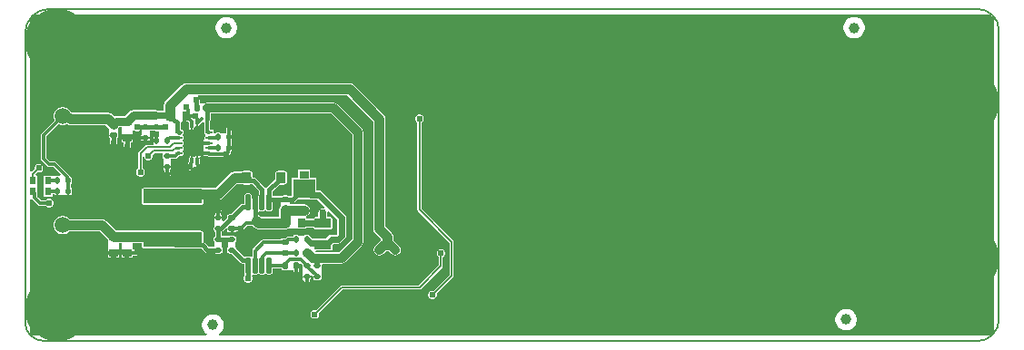
<source format=gbl>
G04*
G04 #@! TF.GenerationSoftware,Altium Limited,Altium Designer,23.0.1 (38)*
G04*
G04 Layer_Physical_Order=2*
G04 Layer_Color=16711680*
%FSLAX25Y25*%
%MOIN*%
G70*
G04*
G04 #@! TF.SameCoordinates,B4ED9068-0949-4354-B78F-C4858C2F04AE*
G04*
G04*
G04 #@! TF.FilePolarity,Positive*
G04*
G01*
G75*
%ADD11C,0.00600*%
%ADD13C,0.00500*%
%ADD21C,0.00700*%
%ADD22C,0.01200*%
%ADD23C,0.03600*%
%ADD24C,0.05937*%
%ADD25R,0.05937X0.05937*%
%ADD26C,0.23622*%
%ADD28C,0.02400*%
G04:AMPARAMS|DCode=29|XSize=59.06mil|YSize=35.43mil|CornerRadius=1.77mil|HoleSize=0mil|Usage=FLASHONLY|Rotation=0.000|XOffset=0mil|YOffset=0mil|HoleType=Round|Shape=RoundedRectangle|*
%AMROUNDEDRECTD29*
21,1,0.05906,0.03189,0,0,0.0*
21,1,0.05551,0.03543,0,0,0.0*
1,1,0.00354,0.02776,-0.01595*
1,1,0.00354,-0.02776,-0.01595*
1,1,0.00354,-0.02776,0.01595*
1,1,0.00354,0.02776,0.01595*
%
%ADD29ROUNDEDRECTD29*%
G04:AMPARAMS|DCode=30|XSize=23.62mil|YSize=17.72mil|CornerRadius=4.43mil|HoleSize=0mil|Usage=FLASHONLY|Rotation=180.000|XOffset=0mil|YOffset=0mil|HoleType=Round|Shape=RoundedRectangle|*
%AMROUNDEDRECTD30*
21,1,0.02362,0.00886,0,0,180.0*
21,1,0.01476,0.01772,0,0,180.0*
1,1,0.00886,-0.00738,0.00443*
1,1,0.00886,0.00738,0.00443*
1,1,0.00886,0.00738,-0.00443*
1,1,0.00886,-0.00738,-0.00443*
%
%ADD30ROUNDEDRECTD30*%
%ADD31C,0.03937*%
G04:AMPARAMS|DCode=32|XSize=56.3mil|YSize=216.54mil|CornerRadius=5.63mil|HoleSize=0mil|Usage=FLASHONLY|Rotation=90.000|XOffset=0mil|YOffset=0mil|HoleType=Round|Shape=RoundedRectangle|*
%AMROUNDEDRECTD32*
21,1,0.05630,0.20528,0,0,90.0*
21,1,0.04504,0.21654,0,0,90.0*
1,1,0.01126,0.10264,0.02252*
1,1,0.01126,0.10264,-0.02252*
1,1,0.01126,-0.10264,-0.02252*
1,1,0.01126,-0.10264,0.02252*
%
%ADD32ROUNDEDRECTD32*%
G04:AMPARAMS|DCode=33|XSize=23.62mil|YSize=19.68mil|CornerRadius=4.92mil|HoleSize=0mil|Usage=FLASHONLY|Rotation=180.000|XOffset=0mil|YOffset=0mil|HoleType=Round|Shape=RoundedRectangle|*
%AMROUNDEDRECTD33*
21,1,0.02362,0.00984,0,0,180.0*
21,1,0.01378,0.01968,0,0,180.0*
1,1,0.00984,-0.00689,0.00492*
1,1,0.00984,0.00689,0.00492*
1,1,0.00984,0.00689,-0.00492*
1,1,0.00984,-0.00689,-0.00492*
%
%ADD33ROUNDEDRECTD33*%
%ADD34R,0.03346X0.02953*%
%ADD35R,0.02165X0.02756*%
%ADD36R,0.08032X0.07087*%
G04:AMPARAMS|DCode=37|XSize=23.62mil|YSize=17.72mil|CornerRadius=4.43mil|HoleSize=0mil|Usage=FLASHONLY|Rotation=90.000|XOffset=0mil|YOffset=0mil|HoleType=Round|Shape=RoundedRectangle|*
%AMROUNDEDRECTD37*
21,1,0.02362,0.00886,0,0,90.0*
21,1,0.01476,0.01772,0,0,90.0*
1,1,0.00886,0.00443,0.00738*
1,1,0.00886,0.00443,-0.00738*
1,1,0.00886,-0.00443,-0.00738*
1,1,0.00886,-0.00443,0.00738*
%
%ADD37ROUNDEDRECTD37*%
G04:AMPARAMS|DCode=38|XSize=23.62mil|YSize=19.68mil|CornerRadius=4.92mil|HoleSize=0mil|Usage=FLASHONLY|Rotation=90.000|XOffset=0mil|YOffset=0mil|HoleType=Round|Shape=RoundedRectangle|*
%AMROUNDEDRECTD38*
21,1,0.02362,0.00984,0,0,90.0*
21,1,0.01378,0.01968,0,0,90.0*
1,1,0.00984,0.00492,0.00689*
1,1,0.00984,0.00492,-0.00689*
1,1,0.00984,-0.00492,-0.00689*
1,1,0.00984,-0.00492,0.00689*
%
%ADD38ROUNDEDRECTD38*%
G04:AMPARAMS|DCode=39|XSize=42.52mil|YSize=36.22mil|CornerRadius=9.06mil|HoleSize=0mil|Usage=FLASHONLY|Rotation=90.000|XOffset=0mil|YOffset=0mil|HoleType=Round|Shape=RoundedRectangle|*
%AMROUNDEDRECTD39*
21,1,0.04252,0.01811,0,0,90.0*
21,1,0.02441,0.03622,0,0,90.0*
1,1,0.01811,0.00906,0.01221*
1,1,0.01811,0.00906,-0.01221*
1,1,0.01811,-0.00906,-0.01221*
1,1,0.01811,-0.00906,0.01221*
%
%ADD39ROUNDEDRECTD39*%
G04:AMPARAMS|DCode=40|XSize=58.07mil|YSize=17.72mil|CornerRadius=4.43mil|HoleSize=0mil|Usage=FLASHONLY|Rotation=270.000|XOffset=0mil|YOffset=0mil|HoleType=Round|Shape=RoundedRectangle|*
%AMROUNDEDRECTD40*
21,1,0.05807,0.00886,0,0,270.0*
21,1,0.04921,0.01772,0,0,270.0*
1,1,0.00886,-0.00443,-0.02461*
1,1,0.00886,-0.00443,0.02461*
1,1,0.00886,0.00443,0.02461*
1,1,0.00886,0.00443,-0.02461*
%
%ADD40ROUNDEDRECTD40*%
G04:AMPARAMS|DCode=41|XSize=32.68mil|YSize=27.56mil|CornerRadius=2.76mil|HoleSize=0mil|Usage=FLASHONLY|Rotation=90.000|XOffset=0mil|YOffset=0mil|HoleType=Round|Shape=RoundedRectangle|*
%AMROUNDEDRECTD41*
21,1,0.03268,0.02205,0,0,90.0*
21,1,0.02717,0.02756,0,0,90.0*
1,1,0.00551,0.01102,0.01358*
1,1,0.00551,0.01102,-0.01358*
1,1,0.00551,-0.01102,-0.01358*
1,1,0.00551,-0.01102,0.01358*
%
%ADD41ROUNDEDRECTD41*%
G04:AMPARAMS|DCode=42|XSize=32.68mil|YSize=27.56mil|CornerRadius=2.76mil|HoleSize=0mil|Usage=FLASHONLY|Rotation=180.000|XOffset=0mil|YOffset=0mil|HoleType=Round|Shape=RoundedRectangle|*
%AMROUNDEDRECTD42*
21,1,0.03268,0.02205,0,0,180.0*
21,1,0.02717,0.02756,0,0,180.0*
1,1,0.00551,-0.01358,0.01102*
1,1,0.00551,0.01358,0.01102*
1,1,0.00551,0.01358,-0.01102*
1,1,0.00551,-0.01358,-0.01102*
%
%ADD42ROUNDEDRECTD42*%
G04:AMPARAMS|DCode=43|XSize=19.69mil|YSize=9.84mil|CornerRadius=0mil|HoleSize=0mil|Usage=FLASHONLY|Rotation=90.000|XOffset=0mil|YOffset=0mil|HoleType=Round|Shape=RoundedRectangle|*
%AMROUNDEDRECTD43*
21,1,0.01969,0.00984,0,0,90.0*
21,1,0.01969,0.00984,0,0,90.0*
1,1,0.00000,0.00492,0.00985*
1,1,0.00000,0.00492,-0.00985*
1,1,0.00000,-0.00492,-0.00985*
1,1,0.00000,-0.00492,0.00985*
%
%ADD43ROUNDEDRECTD43*%
G04:AMPARAMS|DCode=44|XSize=94.49mil|YSize=64.96mil|CornerRadius=1.62mil|HoleSize=0mil|Usage=FLASHONLY|Rotation=90.000|XOffset=0mil|YOffset=0mil|HoleType=Round|Shape=RoundedRectangle|*
%AMROUNDEDRECTD44*
21,1,0.09449,0.06171,0,0,90.0*
21,1,0.09124,0.06496,0,0,90.0*
1,1,0.00325,0.03086,0.04562*
1,1,0.00325,0.03086,-0.04562*
1,1,0.00325,-0.03086,-0.04562*
1,1,0.00325,-0.03086,0.04562*
%
%ADD44ROUNDEDRECTD44*%
G04:AMPARAMS|DCode=45|XSize=23.62mil|YSize=9.84mil|CornerRadius=1.48mil|HoleSize=0mil|Usage=FLASHONLY|Rotation=180.000|XOffset=0mil|YOffset=0mil|HoleType=Round|Shape=RoundedRectangle|*
%AMROUNDEDRECTD45*
21,1,0.02362,0.00689,0,0,180.0*
21,1,0.02067,0.00984,0,0,180.0*
1,1,0.00295,-0.01033,0.00344*
1,1,0.00295,0.01033,0.00344*
1,1,0.00295,0.01033,-0.00344*
1,1,0.00295,-0.01033,-0.00344*
%
%ADD45ROUNDEDRECTD45*%
G04:AMPARAMS|DCode=46|XSize=11.81mil|YSize=13.78mil|CornerRadius=2.95mil|HoleSize=0mil|Usage=FLASHONLY|Rotation=180.000|XOffset=0mil|YOffset=0mil|HoleType=Round|Shape=RoundedRectangle|*
%AMROUNDEDRECTD46*
21,1,0.01181,0.00787,0,0,180.0*
21,1,0.00591,0.01378,0,0,180.0*
1,1,0.00591,-0.00295,0.00394*
1,1,0.00591,0.00295,0.00394*
1,1,0.00591,0.00295,-0.00394*
1,1,0.00591,-0.00295,-0.00394*
%
%ADD46ROUNDEDRECTD46*%
%ADD47R,0.02362X0.02756*%
%ADD48C,0.02400*%
%ADD49C,0.03000*%
%ADD50C,0.03200*%
%ADD51C,0.00800*%
%ADD52C,0.01600*%
G36*
X1250925Y730456D02*
X1251977Y729405D01*
X1252018Y729342D01*
Y613543D01*
X1251976Y613481D01*
X1250925Y612429D01*
X1250863Y612387D01*
X967875D01*
X967693Y612987D01*
X968110Y613266D01*
X968659Y613815D01*
X969090Y614460D01*
X969386Y615176D01*
X969538Y615937D01*
Y616712D01*
X969386Y617473D01*
X969090Y618189D01*
X968659Y618834D01*
X968110Y619382D01*
X967466Y619813D01*
X966749Y620110D01*
X965989Y620261D01*
X965213D01*
X964452Y620110D01*
X963736Y619813D01*
X963091Y619382D01*
X962543Y618834D01*
X962112Y618189D01*
X961815Y617473D01*
X961664Y616712D01*
Y615937D01*
X961815Y615176D01*
X962112Y614460D01*
X962543Y613815D01*
X963091Y613266D01*
X963509Y612987D01*
X963326Y612387D01*
X899230D01*
X898672Y612946D01*
Y662427D01*
X899272Y662575D01*
X899401Y662381D01*
X901544Y660239D01*
X901874Y660018D01*
X902264Y659940D01*
X904340D01*
X904590Y659691D01*
X905178Y659447D01*
X905814D01*
X906402Y659691D01*
X906853Y660141D01*
X907096Y660729D01*
Y661365D01*
X906853Y661953D01*
X906402Y662403D01*
X905814Y662647D01*
X905178D01*
X904590Y662403D01*
X904166Y661980D01*
X902687D01*
X901567Y663099D01*
X901237Y663563D01*
Y667119D01*
X901237D01*
Y667500D01*
X901237D01*
Y671056D01*
X900691D01*
X900562Y671656D01*
X901293Y672386D01*
X901384Y672349D01*
X902021D01*
X902609Y672592D01*
X903059Y673043D01*
X903302Y673631D01*
Y674267D01*
X903059Y674855D01*
X902609Y675305D01*
X902021Y675549D01*
X901384D01*
X900796Y675305D01*
X900346Y674855D01*
X900102Y674267D01*
Y673631D01*
X900140Y673540D01*
X899272Y672672D01*
X898672Y672920D01*
Y728657D01*
X898933Y729048D01*
X900122Y730236D01*
X900513Y730498D01*
X1250863D01*
X1250925Y730456D01*
D02*
G37*
%LPC*%
G36*
X1201225Y729513D02*
X1200449D01*
X1199689Y729362D01*
X1198972Y729065D01*
X1198327Y728635D01*
X1197779Y728086D01*
X1197348Y727441D01*
X1197051Y726725D01*
X1196900Y725964D01*
Y725189D01*
X1197051Y724428D01*
X1197348Y723711D01*
X1197779Y723067D01*
X1198327Y722518D01*
X1198972Y722087D01*
X1199689Y721791D01*
X1200449Y721639D01*
X1201225D01*
X1201985Y721791D01*
X1202702Y722087D01*
X1203347Y722518D01*
X1203895Y723067D01*
X1204326Y723711D01*
X1204623Y724428D01*
X1204774Y725189D01*
Y725964D01*
X1204623Y726725D01*
X1204326Y727441D01*
X1203895Y728086D01*
X1203347Y728635D01*
X1202702Y729065D01*
X1201985Y729362D01*
X1201225Y729513D01*
D02*
G37*
G36*
X970910D02*
X970134D01*
X969374Y729362D01*
X968657Y729065D01*
X968012Y728635D01*
X967464Y728086D01*
X967033Y727441D01*
X966736Y726725D01*
X966585Y725964D01*
Y725189D01*
X966736Y724428D01*
X967033Y723711D01*
X967464Y723067D01*
X968012Y722518D01*
X968657Y722087D01*
X969374Y721791D01*
X970134Y721639D01*
X970910D01*
X971670Y721791D01*
X972387Y722087D01*
X973032Y722518D01*
X973580Y723067D01*
X974011Y723711D01*
X974308Y724428D01*
X974459Y725189D01*
Y725964D01*
X974308Y726725D01*
X974011Y727441D01*
X973580Y728086D01*
X973032Y728635D01*
X972387Y729065D01*
X971670Y729362D01*
X970910Y729513D01*
D02*
G37*
G36*
X1015798Y705182D02*
X955758D01*
X954900Y705011D01*
X954172Y704525D01*
X948267Y698619D01*
X947780Y697892D01*
X947610Y697033D01*
Y695023D01*
X945646D01*
X945409Y695182D01*
X944667Y695329D01*
X936369D01*
X935628Y695182D01*
X934999Y694762D01*
X933302Y693065D01*
X930168D01*
X929556Y692943D01*
X928801Y693698D01*
X928073Y694184D01*
X927215Y694355D01*
X913989D01*
X913441Y694721D01*
X913433Y694723D01*
X913178Y695164D01*
X912551Y695791D01*
X911783Y696235D01*
X910926Y696465D01*
X910039D01*
X909182Y696235D01*
X908414Y695791D01*
X907787Y695164D01*
X907344Y694396D01*
X907114Y693539D01*
Y692653D01*
X907344Y691796D01*
X907489Y691544D01*
X902872Y686927D01*
X902651Y686596D01*
X902573Y686206D01*
Y677348D01*
X902651Y676958D01*
X902872Y676627D01*
X904840Y674659D01*
X905171Y674438D01*
X905561Y674360D01*
X907108D01*
X909751Y671717D01*
X909562Y671057D01*
X909277Y670991D01*
X909254Y671006D01*
X908926Y671072D01*
X908040D01*
X907711Y671006D01*
X907615Y670948D01*
X907483Y670868D01*
D01*
X907341Y670860D01*
X906749Y671056D01*
Y671056D01*
X903586D01*
Y667500D01*
X903586D01*
Y667119D01*
X903586D01*
Y663563D01*
X906749D01*
Y664321D01*
X907377D01*
X907464Y664191D01*
X907742Y664005D01*
X908071Y663939D01*
X908957D01*
X909286Y664005D01*
X909517Y664159D01*
X911512D01*
X911742Y664005D01*
X912071Y663939D01*
X912957D01*
X913286Y664005D01*
X913565Y664191D01*
X913751Y664470D01*
X913817Y664799D01*
Y666275D01*
X913751Y666604D01*
X913565Y666883D01*
X913534Y666904D01*
Y668129D01*
X913720Y668407D01*
X913785Y668736D01*
Y670212D01*
X913720Y670541D01*
X913533Y670820D01*
X913255Y671006D01*
X913154Y671026D01*
X913139Y671103D01*
X912918Y671434D01*
X908251Y676100D01*
X907920Y676322D01*
X907530Y676399D01*
X905984D01*
X904613Y677770D01*
Y685784D01*
X908931Y690102D01*
X909182Y689957D01*
X910039Y689728D01*
X910926D01*
X911783Y689957D01*
X912105Y690143D01*
X912261Y690039D01*
X913119Y689869D01*
X926286D01*
X927597Y688557D01*
X927609Y688550D01*
Y686600D01*
X927609D01*
X927833Y686081D01*
X927559Y685813D01*
X927559D01*
Y685025D01*
X927960D01*
Y683253D01*
X928053Y682785D01*
X928318Y682388D01*
X928715Y682123D01*
X929183Y682030D01*
X929652Y682123D01*
X930049Y682388D01*
X930314Y682785D01*
X930407Y683253D01*
Y685025D01*
X930758D01*
Y685813D01*
X930758D01*
X930697Y686014D01*
X930758Y686600D01*
X930758D01*
Y688550D01*
X930770Y688557D01*
X931193Y689190D01*
X932136D01*
Y686403D01*
X932729D01*
X933050Y685803D01*
X932974Y685690D01*
X932881Y685222D01*
X932918Y685035D01*
X932856Y684435D01*
X932136D01*
Y683450D01*
X932928D01*
Y681959D01*
X933021Y681491D01*
X933287Y681094D01*
X933334Y681047D01*
X933731Y680782D01*
X934199Y680689D01*
X934667Y680782D01*
X935064Y681047D01*
X935329Y681444D01*
X935422Y681912D01*
X935375Y682149D01*
Y683450D01*
X936073D01*
Y684435D01*
X935375D01*
Y685175D01*
X935282Y685643D01*
X935175Y685803D01*
X935471Y686403D01*
X936073D01*
Y687665D01*
X936673Y687913D01*
X936851Y687735D01*
X937439Y687492D01*
X938076D01*
X938664Y687735D01*
X938896Y687967D01*
X939616D01*
Y686210D01*
X938200D01*
X938042Y686242D01*
X937652Y686164D01*
X937321Y685943D01*
X937100Y685612D01*
X937022Y685222D01*
X937100Y684832D01*
X937321Y684501D01*
X937352Y684470D01*
X937683Y684249D01*
X938073Y684171D01*
X940993D01*
X940994Y684171D01*
X941314Y684181D01*
X941901Y684191D01*
X942309Y684191D01*
Y684191D01*
X942346D01*
Y684191D01*
X942373D01*
X942373Y684781D01*
Y684781D01*
X942372D01*
X942054Y685249D01*
X942373Y685714D01*
X942372D01*
Y687904D01*
X943844D01*
X943864Y687891D01*
X944193Y687825D01*
X944515D01*
X944574Y687225D01*
X944522Y687215D01*
X944192Y686994D01*
X944185Y686988D01*
X943964Y686657D01*
X943887Y686267D01*
Y684269D01*
X943880Y684238D01*
X943891Y683919D01*
X943900Y683331D01*
X943785Y682789D01*
X943423Y682564D01*
X941509D01*
X941216Y682506D01*
X940968Y682340D01*
X938485Y679857D01*
X938319Y679609D01*
X938261Y679317D01*
Y673842D01*
X938120Y673783D01*
X937670Y673333D01*
X937426Y672745D01*
Y672109D01*
X937670Y671520D01*
X938120Y671070D01*
X938708Y670827D01*
X939344D01*
X939932Y671070D01*
X940382Y671520D01*
X940626Y672109D01*
Y672745D01*
X940382Y673333D01*
X939932Y673783D01*
X939791Y673842D01*
Y677985D01*
X940379Y678014D01*
X940622Y677426D01*
X941072Y676976D01*
X941660Y676732D01*
X942297D01*
X942885Y676976D01*
X943335Y677426D01*
X943579Y678014D01*
Y678651D01*
X943520Y678792D01*
X944321Y679593D01*
X946920D01*
X947061Y679438D01*
X947308Y678993D01*
X947271Y678807D01*
Y677921D01*
X947336Y677592D01*
X947491Y677361D01*
Y674887D01*
X947491D01*
X947809Y674423D01*
X947491Y673954D01*
X947491Y673954D01*
Y673954D01*
Y673364D01*
X947491D01*
X947911Y672915D01*
Y671645D01*
X947989Y671255D01*
X948210Y670925D01*
X948272Y670862D01*
X948603Y670641D01*
X948993Y670564D01*
X949383Y670641D01*
X949714Y670862D01*
X949935Y671193D01*
X950012Y671583D01*
X949950Y671896D01*
Y673364D01*
X950247D01*
Y673954D01*
X950078Y674554D01*
X950247Y674887D01*
X950247D01*
Y677344D01*
X951850D01*
X952240Y677422D01*
X952571Y677643D01*
X953231Y678303D01*
X953589Y678375D01*
X953596Y678379D01*
X954232D01*
X954652Y678553D01*
X954825Y678972D01*
Y679661D01*
X954652Y680080D01*
Y680521D01*
X954687Y680606D01*
X954825Y680940D01*
Y681629D01*
X954652Y682048D01*
Y682490D01*
X954686Y682574D01*
X954825Y682909D01*
Y683598D01*
X954652Y684017D01*
Y684459D01*
X954686Y684543D01*
X954825Y684878D01*
Y685567D01*
X954652Y685986D01*
Y686427D01*
X954687Y686512D01*
X954825Y686846D01*
Y687535D01*
X954652Y687954D01*
X954232Y688128D01*
X953957D01*
X953844Y688203D01*
X953734Y688313D01*
Y690661D01*
X953733Y690664D01*
X954114Y691128D01*
X954577D01*
Y691760D01*
X954625Y691797D01*
X955177Y691979D01*
X955815Y691341D01*
X956146Y691120D01*
X956328Y691084D01*
X956707Y690705D01*
Y688963D01*
X956785Y688572D01*
X957006Y688242D01*
X957337Y688021D01*
X957727Y687943D01*
X958117Y688021D01*
X958448Y688242D01*
X958669Y688572D01*
X958747Y688963D01*
Y689049D01*
X959287Y689387D01*
X959347Y689390D01*
X959695Y689320D01*
X960085Y689398D01*
X960416Y689619D01*
X961309Y690512D01*
X961762Y690832D01*
Y690832D01*
X961762Y690832D01*
X962613D01*
Y687573D01*
X962597Y687535D01*
Y686846D01*
X962770Y686427D01*
Y685986D01*
X962735Y685901D01*
X962597Y685567D01*
Y684878D01*
X962599Y684873D01*
X962198Y684273D01*
X958711D01*
X958321Y684196D01*
X957990Y683975D01*
X957769Y683644D01*
X957691Y683253D01*
Y681964D01*
X957769Y681574D01*
X957990Y681244D01*
X960148Y679086D01*
X959852Y678533D01*
X959695Y678564D01*
X959305Y678486D01*
X958974Y678265D01*
X958448D01*
X958117Y678486D01*
X957727Y678564D01*
X957337Y678486D01*
X957006Y678265D01*
X956785Y677935D01*
X956707Y677544D01*
Y676364D01*
X956501Y676054D01*
X956423Y675664D01*
Y675584D01*
X956376Y675348D01*
Y674888D01*
X956224Y674660D01*
X956147Y674270D01*
X956224Y673880D01*
X956445Y673549D01*
X956776Y673328D01*
X957166Y673250D01*
X957556Y673328D01*
X957887Y673549D01*
X958117Y673779D01*
X958338Y674109D01*
X958415Y674497D01*
X958426Y674504D01*
X958838Y674681D01*
X959015Y674698D01*
X959438Y674276D01*
X959491Y674007D01*
X959712Y673677D01*
X960043Y673456D01*
X960433Y673378D01*
X960823Y673456D01*
X961154Y673677D01*
X961375Y674007D01*
X961453Y674398D01*
Y674722D01*
X961375Y675112D01*
X961154Y675443D01*
X960715Y675883D01*
Y677544D01*
X960649Y677873D01*
X960767Y678057D01*
X961079Y678353D01*
X961359Y678297D01*
X963895D01*
X963941Y678267D01*
X964331Y678189D01*
X964849D01*
X965030Y678068D01*
X965421Y677990D01*
X970549D01*
X970940Y678068D01*
X971270Y678289D01*
X971973Y678992D01*
X972194Y679322D01*
X972272Y679713D01*
Y680104D01*
X972538D01*
Y680891D01*
X972538Y680891D01*
X972558Y681482D01*
Y685419D01*
Y688188D01*
X972634Y688302D01*
X972711Y688692D01*
X972634Y689082D01*
X972413Y689413D01*
X972082Y689634D01*
X971692Y689712D01*
X971301Y689634D01*
X970971Y689413D01*
X970817Y689260D01*
X970596Y688929D01*
X970518Y688539D01*
Y686797D01*
X968541D01*
X968310Y686951D01*
X967981Y687016D01*
X967095D01*
X966766Y686951D01*
X966538Y686812D01*
X965938Y686813D01*
X965849Y686846D01*
Y687535D01*
X965676Y687954D01*
X965256Y688128D01*
X964652D01*
Y691478D01*
X964763Y691644D01*
X964856Y692112D01*
Y694010D01*
X1009048D01*
X1016711Y686346D01*
Y653642D01*
X1016713Y653634D01*
Y647683D01*
X1012000Y642970D01*
X1003241D01*
X1003207Y643033D01*
X1003567Y643633D01*
X1008731D01*
X1009173Y643816D01*
X1009355Y644257D01*
Y645764D01*
X1009781Y646189D01*
X1011439D01*
X1012063Y646313D01*
X1012593Y646667D01*
X1013998Y648073D01*
X1014352Y648602D01*
X1014476Y649226D01*
Y655694D01*
X1014352Y656319D01*
X1013998Y656848D01*
X1005515Y665331D01*
X1004986Y665685D01*
X1004362Y665809D01*
X1003481D01*
Y670465D01*
X1001138D01*
Y673418D01*
X996992D01*
Y670465D01*
X994649D01*
Y664052D01*
X994405Y663808D01*
X993376D01*
X993213Y663917D01*
X992865Y663986D01*
X991487D01*
X991138Y663917D01*
X990975Y663808D01*
X987474D01*
Y663817D01*
X987409Y664145D01*
X987395Y664165D01*
Y665522D01*
X989779Y667907D01*
X991506D01*
X992015Y668008D01*
X992447Y668297D01*
X992736Y668728D01*
X992837Y669238D01*
Y671679D01*
X992736Y672188D01*
X992447Y672620D01*
X992015Y672908D01*
X991506Y673010D01*
X989695D01*
X989186Y672908D01*
X988754Y672620D01*
X988465Y672188D01*
X988364Y671679D01*
Y669952D01*
X985306Y666894D01*
X985291Y666872D01*
X985237Y666854D01*
X984597Y666913D01*
X984478Y667091D01*
X981357Y670212D01*
X980960Y670477D01*
X980492Y670570D01*
X980239D01*
Y671679D01*
X980138Y672188D01*
X979849Y672620D01*
X979418Y672908D01*
X978908Y673010D01*
X977097D01*
X976588Y672908D01*
X976278Y672701D01*
X973475D01*
X972616Y672531D01*
X971889Y672044D01*
X966640Y666796D01*
X961492D01*
X961477Y666806D01*
X961101Y666881D01*
X940573D01*
X940197Y666806D01*
X939879Y666594D01*
X939666Y666275D01*
X939591Y665899D01*
Y661395D01*
X939666Y661020D01*
X939879Y660701D01*
X940197Y660488D01*
X940573Y660413D01*
X961101D01*
X961477Y660488D01*
X961795Y660701D01*
X962008Y661020D01*
X962083Y661395D01*
Y662310D01*
X967569D01*
X968428Y662480D01*
X969155Y662967D01*
X974404Y668215D01*
X976278D01*
X976588Y668008D01*
X977097Y667907D01*
X978908D01*
X979418Y668008D01*
X979590Y668123D01*
X979985D01*
X982389Y665719D01*
Y664165D01*
X982376Y664145D01*
X982310Y663817D01*
Y662633D01*
X981710Y662360D01*
X981522Y662486D01*
X981054Y662579D01*
X980585Y662486D01*
X980397Y662360D01*
X979797Y662633D01*
Y663817D01*
X979731Y664145D01*
X979545Y664424D01*
X979266Y664610D01*
X978937Y664676D01*
X978052D01*
X977723Y664610D01*
X977444Y664424D01*
X977258Y664145D01*
X977192Y663817D01*
Y660889D01*
X976461D01*
X975993Y660795D01*
X975596Y660530D01*
X972162Y657096D01*
X971802D01*
X971453Y657027D01*
X971227Y656876D01*
X970916D01*
Y656306D01*
X970892Y656187D01*
Y655826D01*
X969560Y654494D01*
X969014Y654706D01*
X968947Y655202D01*
D01*
X968846Y655776D01*
X968963Y656135D01*
Y656726D01*
X968638D01*
Y658036D01*
X968686Y658281D01*
X968609Y658671D01*
X968388Y659002D01*
X968057Y659223D01*
X967667Y659301D01*
X967276Y659223D01*
X966946Y659002D01*
X966897Y658953D01*
X966676Y658623D01*
X966598Y658232D01*
Y657181D01*
X966191Y656726D01*
X966191D01*
Y656136D01*
Y656135D01*
X966191D01*
X966510Y655667D01*
X966191Y655202D01*
X966191D01*
Y652729D01*
X966037Y652498D01*
X965972Y652169D01*
Y651283D01*
X966037Y650954D01*
X966223Y650675D01*
X966346Y650594D01*
Y648984D01*
X966223Y648903D01*
X966037Y648624D01*
X965972Y648295D01*
Y647409D01*
X966037Y647080D01*
X966191Y646849D01*
Y645076D01*
X964171D01*
X962654Y646592D01*
X962257Y646857D01*
X962083Y646892D01*
Y649994D01*
X962008Y650369D01*
X961795Y650688D01*
X961477Y650901D01*
X961101Y650976D01*
X947053D01*
X946931Y651000D01*
X939943D01*
X939701Y651048D01*
X930113D01*
X926575Y654585D01*
X925848Y655071D01*
X924989Y655242D01*
X913002D01*
X912550Y655694D01*
X911782Y656138D01*
X910925Y656367D01*
X910038D01*
X909181Y656138D01*
X908413Y655694D01*
X907786Y655067D01*
X907342Y654299D01*
X907113Y653442D01*
Y652556D01*
X907342Y651699D01*
X907786Y650931D01*
X908413Y650304D01*
X909181Y649860D01*
X910038Y649630D01*
X910925D01*
X911782Y649860D01*
X912550Y650304D01*
X913002Y650756D01*
X924060D01*
X927142Y647674D01*
X927189Y647439D01*
X927215Y647400D01*
X927215Y644080D01*
X926682Y643919D01*
X926231D01*
X925840Y643841D01*
X925510Y643620D01*
X925289Y643289D01*
X925211Y642899D01*
X925289Y642509D01*
X925510Y642178D01*
X925840Y641957D01*
X926231Y641880D01*
X927215D01*
Y641128D01*
X928298D01*
Y641880D01*
X929183D01*
X929469Y641936D01*
X929860Y641731D01*
X930069Y641567D01*
Y641128D01*
X931152D01*
Y642112D01*
X930582D01*
X930466Y642212D01*
X930166Y642712D01*
X930203Y642899D01*
X930125Y643289D01*
X929998Y643480D01*
X930171Y643961D01*
X930264Y644080D01*
X931152D01*
Y646562D01*
X932136D01*
Y644080D01*
X932995D01*
X933134Y643917D01*
X933290Y643480D01*
X933163Y643289D01*
X933085Y642899D01*
X933122Y642712D01*
X932822Y642212D01*
X932707Y642112D01*
X932136D01*
Y641128D01*
X933219D01*
Y641567D01*
X933428Y641731D01*
X933819Y641936D01*
X934105Y641880D01*
X934286Y641916D01*
X934991D01*
Y641128D01*
X936073D01*
Y641916D01*
X937359D01*
X937750Y641993D01*
X938021Y642174D01*
X938314Y642233D01*
X938645Y642454D01*
X938866Y642785D01*
X938943Y643175D01*
X938866Y643565D01*
X938645Y643896D01*
X938314Y644117D01*
X937924Y644194D01*
X937599D01*
X937209Y644117D01*
X936967Y643955D01*
X936621D01*
X936073Y644080D01*
X936073Y644555D01*
Y646562D01*
X939508D01*
X939591Y646545D01*
Y645490D01*
X939666Y645114D01*
X939879Y644796D01*
X940197Y644583D01*
X940573Y644508D01*
X951783D01*
X951806Y644503D01*
X961282D01*
X962799Y642987D01*
X963196Y642722D01*
X963664Y642628D01*
X966482D01*
X966502Y642615D01*
X966831Y642550D01*
X968307D01*
X968636Y642615D01*
X968915Y642801D01*
X969102Y643080D01*
X969167Y643409D01*
Y644295D01*
X969102Y644624D01*
X968947Y644855D01*
Y646629D01*
X971113D01*
Y644855D01*
X970958Y644624D01*
X970893Y644295D01*
Y643409D01*
X970958Y643080D01*
X971145Y642801D01*
X971424Y642615D01*
X971752Y642550D01*
X972437D01*
X975767Y639219D01*
X976164Y638954D01*
X976632Y638861D01*
X977192D01*
Y635761D01*
X977258Y635432D01*
X977271Y635413D01*
Y634457D01*
X977103Y634289D01*
X976859Y633701D01*
Y633065D01*
X977103Y632477D01*
X977553Y632026D01*
X978141Y631783D01*
X978778D01*
X979366Y632026D01*
X979816Y632477D01*
X980060Y633065D01*
Y633701D01*
X979816Y634289D01*
X980074Y634840D01*
X980270Y634960D01*
X980318Y634960D01*
X980611Y634902D01*
X981497D01*
X981825Y634967D01*
X982104Y635154D01*
X982562D01*
X982841Y634967D01*
X983170Y634902D01*
X984056D01*
X984384Y634967D01*
X984663Y635154D01*
X985121D01*
X985400Y634967D01*
X985729Y634902D01*
X986615D01*
X986943Y634967D01*
X987222Y635154D01*
X987409Y635432D01*
X987474Y635761D01*
Y637203D01*
X990791D01*
X990843Y636941D01*
X990994Y636714D01*
Y636403D01*
X991564D01*
X991683Y636379D01*
X992668D01*
X992787Y636403D01*
X995093D01*
Y634711D01*
X995171Y634321D01*
X995392Y633990D01*
X995463Y633919D01*
X995794Y633698D01*
X996184Y633620D01*
X996574Y633698D01*
X996905Y633919D01*
X997126Y634250D01*
X997203Y634640D01*
X997132Y634997D01*
Y636354D01*
X997294D01*
Y637240D01*
X997132D01*
Y637978D01*
X997105Y638116D01*
X997294Y638716D01*
X997894Y638964D01*
X998449Y638409D01*
Y638295D01*
X998452Y638280D01*
Y637567D01*
X998517Y637238D01*
X998672Y637007D01*
Y634533D01*
X998672D01*
X998990Y634068D01*
X998672Y633600D01*
X998672D01*
Y633009D01*
X998672D01*
X999159Y632416D01*
X999159Y632413D01*
Y631233D01*
X999236Y630842D01*
X999457Y630512D01*
X999485Y630484D01*
X999815Y630263D01*
X1000206Y630186D01*
X1000596Y630263D01*
X1000926Y630484D01*
X1001147Y630815D01*
X1001225Y631205D01*
X1001198Y631342D01*
Y633009D01*
X1001428D01*
Y633600D01*
X1001294Y634200D01*
X1001400Y634464D01*
X1001981Y634636D01*
X1002389Y634228D01*
Y633567D01*
X1002454Y633238D01*
X1002641Y632959D01*
X1002919Y632772D01*
X1003248Y632707D01*
X1004725D01*
X1005054Y632772D01*
X1005332Y632959D01*
X1005519Y633238D01*
X1005584Y633567D01*
Y634452D01*
X1005519Y634781D01*
X1005365Y635012D01*
Y637007D01*
X1005519Y637238D01*
X1005584Y637567D01*
Y638452D01*
X1006109Y638892D01*
X1012845D01*
X1013625Y639047D01*
X1014287Y639489D01*
X1020194Y645396D01*
X1020194Y645396D01*
X1020636Y646058D01*
X1020791Y646838D01*
X1020791Y646838D01*
Y653640D01*
X1020790Y653648D01*
Y687190D01*
X1020790Y687190D01*
X1020634Y687971D01*
X1020192Y688632D01*
X1020192Y688632D01*
X1011334Y697491D01*
X1010672Y697933D01*
X1009892Y698088D01*
X963632D01*
X962852Y697933D01*
X962389Y697624D01*
X960722D01*
Y699068D01*
X960629Y699536D01*
X960363Y699933D01*
X960120Y700096D01*
X960302Y700696D01*
X1014869D01*
X1024381Y691183D01*
Y651689D01*
X1024552Y650830D01*
X1025038Y650103D01*
X1027182Y647959D01*
X1027126Y647258D01*
X1027091Y647234D01*
X1025183Y645325D01*
X1024741Y644664D01*
X1024585Y643884D01*
X1024741Y643103D01*
X1025183Y642442D01*
X1025844Y641999D01*
X1026624Y641844D01*
X1027405Y641999D01*
X1028066Y642442D01*
X1029143Y643518D01*
X1029637Y643419D01*
X1030032Y643498D01*
X1031088Y642442D01*
X1031750Y641999D01*
X1032530Y641844D01*
X1033310Y641999D01*
X1033972Y642442D01*
X1034414Y643103D01*
X1034569Y643884D01*
X1034414Y644664D01*
X1033972Y645325D01*
X1032193Y647104D01*
X1031880Y647313D01*
Y648676D01*
X1031709Y649534D01*
X1031223Y650262D01*
X1028868Y652618D01*
Y692112D01*
X1028697Y692970D01*
X1028211Y693698D01*
X1017384Y704525D01*
X1016656Y705011D01*
X1015798Y705182D01*
D02*
G37*
G36*
X1041706Y693712D02*
X1041070D01*
X1040482Y693468D01*
X1040032Y693018D01*
X1039788Y692430D01*
Y691793D01*
X1040032Y691206D01*
X1040482Y690755D01*
X1040623Y690697D01*
Y658647D01*
X1040682Y658355D01*
X1040847Y658107D01*
X1052435Y646520D01*
Y634734D01*
X1046537Y628836D01*
X1046395Y628894D01*
X1045759D01*
X1045170Y628651D01*
X1044720Y628201D01*
X1044477Y627613D01*
Y626976D01*
X1044720Y626388D01*
X1045170Y625938D01*
X1045759Y625694D01*
X1046395D01*
X1046983Y625938D01*
X1047433Y626388D01*
X1047677Y626976D01*
Y627613D01*
X1047618Y627754D01*
X1053740Y633876D01*
X1053906Y634124D01*
X1053964Y634417D01*
Y646836D01*
X1053906Y647129D01*
X1053740Y647377D01*
X1042153Y658964D01*
Y690697D01*
X1042295Y690755D01*
X1042745Y691206D01*
X1042988Y691793D01*
Y692430D01*
X1042745Y693018D01*
X1042295Y693468D01*
X1041706Y693712D01*
D02*
G37*
G36*
X1049597Y644252D02*
X1048961D01*
X1048373Y644008D01*
X1047923Y643558D01*
X1047679Y642970D01*
Y642334D01*
X1047923Y641746D01*
X1048373Y641295D01*
X1048549Y641223D01*
Y638274D01*
X1041093Y630818D01*
X1012845D01*
X1012572Y630763D01*
X1012340Y630609D01*
X1003513Y621782D01*
X1003321Y621861D01*
X1002684D01*
X1002096Y621618D01*
X1001646Y621168D01*
X1001402Y620580D01*
Y619943D01*
X1001646Y619355D01*
X1002096Y618905D01*
X1002684Y618661D01*
X1003321D01*
X1003909Y618905D01*
X1004359Y619355D01*
X1004602Y619943D01*
Y620580D01*
X1004523Y620772D01*
X1013140Y629390D01*
X1041388D01*
X1041661Y629445D01*
X1041893Y629599D01*
X1049767Y637473D01*
X1049922Y637705D01*
X1049976Y637978D01*
Y641209D01*
X1050185Y641295D01*
X1050635Y641746D01*
X1050879Y642334D01*
Y642970D01*
X1050635Y643558D01*
X1050185Y644008D01*
X1049597Y644252D01*
D02*
G37*
G36*
X1198272Y622230D02*
X1197497D01*
X1196736Y622079D01*
X1196019Y621782D01*
X1195375Y621351D01*
X1194826Y620803D01*
X1194395Y620158D01*
X1194098Y619441D01*
X1193947Y618681D01*
Y617905D01*
X1194098Y617144D01*
X1194395Y616428D01*
X1194826Y615783D01*
X1195375Y615235D01*
X1196019Y614804D01*
X1196736Y614507D01*
X1197497Y614356D01*
X1198272D01*
X1199033Y614507D01*
X1199749Y614804D01*
X1200394Y615235D01*
X1200942Y615783D01*
X1201373Y616428D01*
X1201670Y617144D01*
X1201821Y617905D01*
Y618681D01*
X1201670Y619441D01*
X1201373Y620158D01*
X1200942Y620803D01*
X1200394Y621351D01*
X1199749Y621782D01*
X1199033Y622079D01*
X1198272Y622230D01*
D02*
G37*
%LPD*%
G36*
X1001409Y662546D02*
X1003686D01*
X1006455Y659777D01*
X1006392Y659572D01*
X1006161Y659223D01*
X1006123D01*
X1005965Y659254D01*
X1005808Y659223D01*
X1005647D01*
X1005499Y659162D01*
X1005341Y659130D01*
X1005207Y659041D01*
X1005059Y658979D01*
X1004945Y658866D01*
X1004812Y658777D01*
X1004722Y658643D01*
X1004609Y658529D01*
X1004547Y658381D01*
X1004458Y658247D01*
X1004427Y658090D01*
X1004365Y657941D01*
Y657781D01*
X1004334Y657623D01*
Y655945D01*
X1003179D01*
X1002738Y655762D01*
X1002570Y655357D01*
X1000313D01*
X999853Y655694D01*
X999853D01*
X999827Y655747D01*
X999924Y656378D01*
X1000651Y656864D01*
X1001138Y657592D01*
X1001309Y658450D01*
X1001138Y659309D01*
X1000651Y660036D01*
X999924Y660523D01*
X999065Y660693D01*
X993750D01*
Y661361D01*
X994912D01*
X995380Y661454D01*
X995777Y661719D01*
X996636Y662578D01*
X1001251D01*
X1001409Y662546D01*
D02*
G37*
G36*
X990601Y660241D02*
X990590Y660233D01*
X990103Y659506D01*
X989933Y658647D01*
Y655969D01*
X983262D01*
X982935Y656296D01*
X982277Y656736D01*
Y657756D01*
X982829Y658094D01*
X982877D01*
X983170Y658036D01*
X984056D01*
X984384Y658101D01*
X984663Y658288D01*
X985121D01*
X985400Y658101D01*
X985729Y658036D01*
X986615D01*
X986943Y658101D01*
X987222Y658288D01*
X987409Y658566D01*
X987474Y658895D01*
Y661361D01*
X990601D01*
Y660241D01*
D02*
G37*
G36*
X1011213Y655019D02*
Y649902D01*
X1010763Y649452D01*
X1009105D01*
X1008480Y649328D01*
X1007951Y648974D01*
X1007048Y648071D01*
X1003179D01*
X1002975Y647987D01*
X1002222D01*
X1001312Y648897D01*
X1001132Y649166D01*
X1000853Y649353D01*
X1000524Y649418D01*
X1000251D01*
X1000081Y649452D01*
X999911Y649418D01*
X999638D01*
X999309Y649353D01*
X999078Y649198D01*
X997084D01*
X996853Y649353D01*
X996524Y649418D01*
X995638D01*
X995309Y649353D01*
X995030Y649166D01*
X994844Y648888D01*
X994835Y648840D01*
X993160D01*
X992770Y648762D01*
X992439Y648541D01*
X992135Y648238D01*
X991487D01*
X991138Y648169D01*
X990912Y648017D01*
X990601D01*
Y647856D01*
X984302D01*
X983911Y647778D01*
X983581Y647557D01*
X980333Y644309D01*
X980112Y643978D01*
X980034Y643588D01*
Y641630D01*
X979837Y641494D01*
X979434Y641365D01*
X979266Y641477D01*
X978937Y641542D01*
X978052D01*
X977723Y641477D01*
X977470Y641308D01*
X977139D01*
X974072Y644375D01*
X974023Y644624D01*
X973868Y644855D01*
Y646849D01*
X974023Y647080D01*
X974088Y647409D01*
Y648295D01*
X974023Y648624D01*
X973884Y648831D01*
Y648852D01*
X973870D01*
X973836Y648903D01*
X973558Y649089D01*
X973229Y649154D01*
X971752D01*
X971424Y649089D01*
X971403Y649076D01*
X968793D01*
Y650594D01*
X968860Y650638D01*
X969076Y650681D01*
X969473Y650947D01*
X970405Y651879D01*
X970494Y651926D01*
X971010Y651712D01*
X970916Y651364D01*
X970916D01*
Y650576D01*
X971752D01*
X971752Y650576D01*
X972352Y650765D01*
X972491Y650738D01*
X973229D01*
Y650576D01*
X974065D01*
Y650738D01*
X975761D01*
X976151Y650815D01*
X976482Y651037D01*
X978152Y652706D01*
X980180D01*
X980747Y652140D01*
X981475Y651654D01*
X982333Y651483D01*
X992176D01*
X993034Y651654D01*
X993357Y651757D01*
X993357Y651757D01*
X993357Y651757D01*
X996676D01*
X996715Y651731D01*
X996979Y651679D01*
X999183D01*
X999447Y651731D01*
X999486Y651757D01*
X999853D01*
Y652095D01*
X1002570D01*
X1002738Y651690D01*
X1003179Y651507D01*
X1008731D01*
X1009173Y651690D01*
X1009355Y652132D01*
Y655321D01*
X1009173Y655762D01*
X1008731Y655945D01*
X1007597D01*
Y657623D01*
X1007565Y657781D01*
Y657819D01*
X1007915Y658049D01*
X1008119Y658113D01*
X1011213Y655019D01*
D02*
G37*
D11*
X1003002Y620261D02*
X1012845Y630104D01*
X1041388D01*
X1049262Y637978D02*
Y642635D01*
X1049279Y642652D01*
X1041388Y630104D02*
X1049262Y637978D01*
D13*
X1253987Y724592D02*
G03*
X1246113Y732466I-7874J0D01*
G01*
Y610419D02*
G03*
X1253987Y618293I0J7874D01*
G01*
X896703Y617309D02*
G03*
X903593Y610419I6890J0D01*
G01*
X905561Y732466D02*
G03*
X896703Y723608I0J-8858D01*
G01*
X1253987Y618293D02*
Y724592D01*
X905561Y732466D02*
X1246113D01*
X903593Y610419D02*
X1246113D01*
X896703Y617309D02*
Y723608D01*
D21*
X939026Y672427D02*
Y679317D01*
X1046077Y627294D02*
X1053199Y634417D01*
Y646836D01*
X1041388Y658647D02*
X1053199Y646836D01*
X1041388Y658647D02*
Y692112D01*
X939026Y679317D02*
X941509Y681800D01*
X949874D01*
X944004Y680358D02*
X950785D01*
X941979Y678332D02*
X944004Y680358D01*
X950785D02*
X951620Y681192D01*
X953107D02*
X953199Y681285D01*
X951620Y681192D02*
X953107D01*
X949874Y681800D02*
X951328Y683253D01*
X953199D01*
D22*
X902264Y660960D02*
X905409D01*
X900122Y663102D02*
X902264Y660960D01*
X905409D02*
X905496Y661047D01*
X926231Y642899D02*
X929183D01*
X999469Y638295D02*
Y638832D01*
X993737Y640392D02*
X997908D01*
X999469Y638832D01*
X934141Y642935D02*
X937359D01*
X937599Y643175D01*
X937924D01*
X934105Y642899D02*
X934141Y642935D01*
X899656Y665341D02*
X900122Y664874D01*
Y663102D02*
Y664874D01*
X948931Y671645D02*
X948993Y671583D01*
X948868Y674364D02*
X948931Y674302D01*
Y671645D02*
Y674302D01*
X951850Y678364D02*
X952618Y679132D01*
X948868Y678364D02*
X951850D01*
X952618Y679132D02*
Y679209D01*
X952726Y679317D01*
X953199D01*
X944906Y686267D02*
X944913Y686273D01*
X944900Y684238D02*
X944906Y684244D01*
Y686267D01*
X938042Y685222D02*
X938073Y685190D01*
X940994D01*
X960680Y683253D02*
X964223D01*
X958711D02*
X960680D01*
X958711Y681964D02*
X961359Y679317D01*
X905561Y675380D02*
X907530D01*
X912197Y670713D01*
Y669760D02*
X912514Y669443D01*
X912197Y669760D02*
Y670713D01*
X903593Y686206D02*
X910483Y693096D01*
X903593Y677348D02*
Y686206D01*
Y677348D02*
X905561Y675380D01*
X912514Y665537D02*
Y669443D01*
X905167Y669277D02*
X908286D01*
X908483Y669474D01*
X908318Y665341D02*
X908514Y665537D01*
X905167Y665341D02*
X908318D01*
X996113Y634711D02*
Y637978D01*
Y634711D02*
X996184Y634640D01*
X1000050Y634010D02*
X1000178Y633881D01*
Y631233D02*
Y633881D01*
Y631233D02*
X1000206Y631205D01*
X967618Y655775D02*
Y658232D01*
X967667Y658281D01*
X967569Y655726D02*
X967618Y655775D01*
X975836Y651832D02*
X977729Y653726D01*
X982333D01*
X972491Y651757D02*
X975761D01*
X975836Y651832D01*
X959099Y692783D02*
X959695Y692187D01*
X959099Y692783D02*
Y693107D01*
X959695Y690340D02*
Y692187D01*
X955770Y693107D02*
X959099D01*
X955758Y693096D02*
X955770Y693107D01*
X957727Y675948D02*
Y677544D01*
X957443Y675664D02*
X957727Y675948D01*
X957443Y675395D02*
Y675664D01*
X957396Y674500D02*
Y675348D01*
X957166Y674270D02*
X957396Y674500D01*
Y675348D02*
X957443Y675395D01*
X959695Y675460D02*
X960433Y674722D01*
Y674398D02*
Y674722D01*
X959695Y675460D02*
Y677544D01*
X971538Y685419D02*
Y688539D01*
X971692Y688692D01*
X955799Y696269D02*
X956546Y695522D01*
Y693982D02*
Y695522D01*
X955799Y696269D02*
Y696594D01*
X955758Y693096D02*
Y693204D01*
X956536Y693982D01*
X956546D01*
X992560Y638362D02*
Y639215D01*
X992176Y637978D02*
X992560Y638362D01*
Y639215D02*
X993737Y640392D01*
X999469Y638295D02*
X999754Y638010D01*
X1000050D01*
X1000896Y637164D02*
X1003405Y634654D01*
X1000631Y637428D02*
X1000896Y637164D01*
X1000345Y638010D02*
X1000631Y637724D01*
X1003405Y634295D02*
Y634654D01*
X1003691Y634010D02*
X1003987D01*
X1003405Y634295D02*
X1003691Y634010D01*
X1000631Y637428D02*
Y637724D01*
X991932Y638222D02*
X992176Y637978D01*
X986172Y638222D02*
X991932D01*
X985286Y642899D02*
X992176D01*
X983898Y641512D02*
X985286Y642899D01*
X983613Y638222D02*
X983898Y638508D01*
Y641512D01*
X984302Y646836D02*
X992176D01*
X981054Y643588D02*
X984302Y646836D01*
X981054Y638222D02*
Y643588D01*
X992176Y642899D02*
X992176Y642899D01*
X996081D01*
X993160Y647821D02*
X996081D01*
X992176Y646836D02*
X993160Y647821D01*
X958711Y681964D02*
Y683253D01*
X961359Y679317D02*
X964223D01*
X964331Y679209D01*
X965222D02*
X965421Y679010D01*
X971252Y679713D02*
Y681196D01*
X964331Y679209D02*
X965222D01*
X965421Y679010D02*
X970549D01*
X971252Y679713D01*
Y681196D02*
X971503Y681446D01*
X971538Y681482D02*
Y685419D01*
X964223Y681285D02*
X967341D01*
X967538Y681482D01*
X967342Y685222D02*
X967538Y685419D01*
X964223Y685222D02*
X967342D01*
X963632Y687308D02*
Y692112D01*
Y687308D02*
X963750Y687190D01*
X964223D01*
X961378Y692023D02*
X961458D01*
X959695Y690340D02*
X961378Y692023D01*
X961458D02*
X961467Y692032D01*
Y692112D01*
X956792Y692062D02*
X957727Y691127D01*
X956536Y692062D02*
X956792D01*
X957727Y688963D02*
Y691127D01*
X955758Y692840D02*
X956536Y692062D01*
X955758Y692840D02*
Y693096D01*
X948900Y684533D02*
X949186Y684819D01*
X948900Y684238D02*
Y684533D01*
X949889Y685222D02*
X953199D01*
X949485Y684819D02*
X949889Y685222D01*
X949186Y684819D02*
X949485D01*
D23*
X912582Y692649D02*
X913119Y692112D01*
X927215D01*
X929183Y690143D01*
X910483Y693096D02*
X910930Y692649D01*
X912582D01*
X1026624Y651689D02*
X1029637Y648676D01*
X1026624Y651689D02*
Y692112D01*
X1029637Y645662D02*
Y648676D01*
X924989Y652999D02*
X929183Y648805D01*
X910481Y652999D02*
X924989D01*
X934105Y648805D02*
X939701D01*
X1015798Y702939D02*
X1026624Y692112D01*
X955758Y702939D02*
X1015798D01*
X949853Y697033D02*
X955758Y702939D01*
X949853Y693096D02*
Y697033D01*
X947884Y663568D02*
X954695D01*
X967569Y664553D02*
X973475Y670458D01*
X954695Y663568D02*
X955680Y664553D01*
X967569D01*
X947946Y647742D02*
X950837D01*
X946931Y648757D02*
X947946Y647742D01*
X939701Y648805D02*
X939749Y648757D01*
X946931D01*
X929183Y648805D02*
X934105D01*
X995719Y658450D02*
X999065D01*
X992373D02*
X995719D01*
X989223Y653726D02*
X992176D01*
X986270D02*
X989223D01*
X982333D02*
X986270D01*
X973475Y670458D02*
X978003D01*
X981349Y654710D02*
X982333Y653726D01*
X992176Y658647D02*
X992373Y658450D01*
X992176Y653726D02*
X992176Y653726D01*
Y658647D01*
D24*
X910483Y693096D02*
D03*
X910481Y652999D02*
D03*
D25*
X910483Y683253D02*
D03*
X910481Y643156D02*
D03*
D26*
X1242176Y698017D02*
D03*
Y640931D02*
D03*
X908514Y622230D02*
D03*
Y720655D02*
D03*
D28*
X1227865Y666381D02*
D03*
X1119144Y639002D02*
D03*
X1109302Y698057D02*
D03*
X1140798D02*
D03*
Y658687D02*
D03*
X1096809Y658668D02*
D03*
X1057226Y658218D02*
D03*
X925467Y614719D02*
D03*
X917003Y646135D02*
D03*
X902439Y643233D02*
D03*
X902371Y655242D02*
D03*
X900395Y680594D02*
D03*
X900640Y692152D02*
D03*
Y703963D02*
D03*
X1247722Y662975D02*
D03*
X1247097Y678372D02*
D03*
X1190010Y613412D02*
D03*
X1171412Y615447D02*
D03*
X1150664Y614109D02*
D03*
X1123726Y614778D02*
D03*
X1099131Y614109D02*
D03*
X1077806Y615380D02*
D03*
X1184105Y727585D02*
D03*
X1151501Y724705D02*
D03*
X1126905Y728218D02*
D03*
X1103396Y727585D02*
D03*
X1073030Y728888D02*
D03*
X1047095Y725709D02*
D03*
X1020719Y727585D02*
D03*
X985286Y725616D02*
D03*
X928199Y668530D02*
D03*
X922294D02*
D03*
X933015Y653764D02*
D03*
X933234Y660816D02*
D03*
X957727Y656719D02*
D03*
X949853D02*
D03*
X941979D02*
D03*
X985286Y682309D02*
D03*
X1006939Y680341D02*
D03*
X993235Y688301D02*
D03*
X979380Y688215D02*
D03*
X939026Y672427D02*
D03*
X905496Y661047D02*
D03*
X926231Y642899D02*
D03*
X1046077Y627294D02*
D03*
X1003002Y620261D02*
D03*
X1005965Y657623D02*
D03*
X1018752Y653640D02*
D03*
X1018750Y657663D02*
D03*
X1041388Y692112D02*
D03*
X1049279Y642652D02*
D03*
X937924Y643175D02*
D03*
X901702Y673949D02*
D03*
X948057Y689117D02*
D03*
X937757Y689092D02*
D03*
X948993Y671583D02*
D03*
X941979Y678332D02*
D03*
X944913Y686273D02*
D03*
X938042Y685222D02*
D03*
X1001034Y653726D02*
D03*
X1002034Y640946D02*
D03*
X978459Y633383D02*
D03*
X1026624Y643884D02*
D03*
X1032530D02*
D03*
X1043357Y615340D02*
D03*
X1039420D02*
D03*
X1036467D02*
D03*
X1029577D02*
D03*
X1064026D02*
D03*
X1060089D02*
D03*
X1056152D02*
D03*
X1052215D02*
D03*
X1029637Y645662D02*
D03*
X996184Y634640D02*
D03*
X1000206Y631205D02*
D03*
X967667Y658281D02*
D03*
X975836Y651832D02*
D03*
X995719Y658450D02*
D03*
X989223Y653726D02*
D03*
X986270D02*
D03*
X982333D02*
D03*
X959099Y693107D02*
D03*
X957166Y674270D02*
D03*
X960433Y674398D02*
D03*
X970549Y679010D02*
D03*
X971692Y688692D02*
D03*
X960680Y680301D02*
D03*
X956742D02*
D03*
X960680Y683253D02*
D03*
X956742D02*
D03*
X960680Y686206D02*
D03*
X956742D02*
D03*
X959498Y699068D02*
D03*
X955799Y696594D02*
D03*
X934199Y681912D02*
D03*
X929183Y683253D02*
D03*
D29*
X1005955Y653726D02*
D03*
Y645852D02*
D03*
D30*
X940994Y685190D02*
D03*
Y689190D02*
D03*
X944932Y689128D02*
D03*
Y693128D02*
D03*
X967569Y651726D02*
D03*
Y655726D02*
D03*
Y643852D02*
D03*
Y647852D02*
D03*
X972491Y643852D02*
D03*
Y647852D02*
D03*
X1003987Y634010D02*
D03*
Y638010D02*
D03*
X1000050Y634010D02*
D03*
Y638010D02*
D03*
X948868Y674364D02*
D03*
Y678364D02*
D03*
D31*
X965601Y616324D02*
D03*
X970522Y725576D02*
D03*
X1197884Y618293D02*
D03*
X1200837Y725576D02*
D03*
D32*
X950837Y647742D02*
D03*
Y663647D02*
D03*
D33*
X972491Y655694D02*
D03*
Y651757D02*
D03*
X992176Y658647D02*
D03*
Y662584D02*
D03*
Y646836D02*
D03*
Y642899D02*
D03*
X929183Y686206D02*
D03*
Y690143D02*
D03*
D34*
X999065Y671541D02*
D03*
D35*
Y658450D02*
D03*
D36*
Y666521D02*
D03*
D37*
X996081Y647821D02*
D03*
X1000081D02*
D03*
X996081Y642899D02*
D03*
X1000081D02*
D03*
X944900Y684238D02*
D03*
X948900D02*
D03*
X971538Y685419D02*
D03*
X967538D02*
D03*
X971538Y681482D02*
D03*
X967538D02*
D03*
X912483Y669474D02*
D03*
X908483D02*
D03*
X912514Y665537D02*
D03*
X908514D02*
D03*
D38*
X996113Y637978D02*
D03*
X992176D02*
D03*
X963632Y696049D02*
D03*
X959695D02*
D03*
D39*
X990601Y670458D02*
D03*
X978003D02*
D03*
D40*
X978494Y638222D02*
D03*
X981054D02*
D03*
X983613D02*
D03*
X986172D02*
D03*
Y661356D02*
D03*
X983613D02*
D03*
X981054D02*
D03*
X978494D02*
D03*
D41*
X998081Y653726D02*
D03*
X992176D02*
D03*
X955758Y693096D02*
D03*
X949853D02*
D03*
D42*
X934105Y648805D02*
D03*
Y642899D02*
D03*
X929183Y648805D02*
D03*
Y642899D02*
D03*
X934105Y691128D02*
D03*
Y685222D02*
D03*
D43*
X957727Y677544D02*
D03*
X959695D02*
D03*
X957727Y688963D02*
D03*
X959695D02*
D03*
D44*
X958711Y683253D02*
D03*
D45*
X953199Y687190D02*
D03*
Y685222D02*
D03*
Y683253D02*
D03*
Y681285D02*
D03*
Y679317D02*
D03*
X964223D02*
D03*
Y681285D02*
D03*
Y683253D02*
D03*
Y685222D02*
D03*
Y687190D02*
D03*
D46*
X961467Y692112D02*
D03*
X963632D02*
D03*
D47*
X905167Y669277D02*
D03*
Y665341D02*
D03*
X899656D02*
D03*
Y669277D02*
D03*
D48*
X949675Y693392D02*
X949853Y693214D01*
Y693096D02*
Y693214D01*
X945196Y693392D02*
X949675D01*
X998081Y653726D02*
X1005955D01*
X1005965Y653736D01*
Y657623D01*
X999065Y666521D02*
X1001409Y664178D01*
X1012845Y649226D02*
Y655694D01*
X1001409Y664178D02*
X1004362D01*
X1012845Y655694D01*
X1005955Y645852D02*
X1007136D01*
X1009105Y647821D01*
X1011439D01*
X1012845Y649226D01*
X1000081Y647821D02*
X1001546Y646355D01*
X1005452D01*
X1005955Y645852D01*
X934361Y691128D02*
X934539Y691305D01*
Y691561D01*
D49*
X930168Y691128D02*
X934361D01*
X936369Y693392D02*
X944667D01*
X934539Y691561D02*
X936369Y693392D01*
X929183Y690143D02*
X930168Y691128D01*
D50*
X1028533Y645792D02*
X1029637D01*
X1026624Y643884D02*
X1028533Y645792D01*
X1029637Y645662D02*
X1030751D01*
X1032530Y643884D01*
X1018750Y653642D02*
Y687190D01*
Y653642D02*
X1018752Y653640D01*
X1012845Y640931D02*
X1018752Y646838D01*
Y653640D01*
X1000081Y642899D02*
X1000081D01*
X1002034Y640946D01*
X1002050Y640931D01*
X1012845D01*
X1009892Y696049D02*
X1018750Y687190D01*
X963632Y696049D02*
X1009892D01*
D51*
X899656Y671902D02*
X901702Y673949D01*
X899656Y669277D02*
Y671902D01*
D52*
X1002034Y640946D02*
X1003987Y638994D01*
X950837Y646696D02*
X951806Y645727D01*
X961789D01*
X963664Y643852D01*
X967569D01*
X944932Y689128D02*
X948046D01*
X948057Y689117D01*
X952510Y687807D02*
Y690661D01*
X950909Y692262D02*
X952510Y690661D01*
Y687807D02*
X953126Y687190D01*
X953199D01*
X937757Y689092D02*
X937856Y689190D01*
X940994D01*
X978494Y638222D02*
Y639998D01*
Y633418D02*
Y638222D01*
X978459Y633383D02*
X978494Y633418D01*
X959511Y696233D02*
Y696979D01*
Y696233D02*
X959695Y696049D01*
X959498Y696992D02*
X959511Y696979D01*
X959498Y696992D02*
Y699068D01*
X934152Y681959D02*
Y685175D01*
X934105Y685222D02*
X934152Y685175D01*
Y681959D02*
X934199Y681912D01*
X929183Y683253D02*
Y686206D01*
X929183Y686206D02*
X929183Y686206D01*
X1003987Y638010D02*
Y638994D01*
X981054Y655006D02*
X981349Y654710D01*
X981054Y655006D02*
Y661356D01*
X995849Y663521D02*
Y663778D01*
X998593Y666521D02*
X999065D01*
X992176Y662584D02*
X994912D01*
X995849Y663521D01*
Y663778D02*
X998593Y666521D01*
X986172Y662498D02*
Y666029D01*
Y662498D02*
X986257Y662584D01*
X986172Y661356D02*
Y662498D01*
X986257Y662584D02*
X992176D01*
X986172Y666029D02*
X989340Y669197D01*
X989598D02*
X990601Y670200D01*
X989340Y669197D02*
X989598D01*
X990601Y670200D02*
Y670458D01*
X979006Y669347D02*
X980492D01*
X983613Y661356D02*
Y666226D01*
X980492Y669347D02*
X983613Y666226D01*
X972687Y655694D02*
X972872Y655879D01*
Y656076D02*
X976461Y659665D01*
X978409D01*
X978494Y659751D01*
X972491Y655694D02*
X972687D01*
X972872Y655879D02*
Y656076D01*
X978494Y659751D02*
Y661356D01*
X967655Y651812D02*
X968608D01*
X972110Y655313D01*
Y655510D02*
X972294Y655694D01*
X967569Y651726D02*
X967655Y651812D01*
X972110Y655313D02*
Y655510D01*
X972294Y655694D02*
X972491D01*
X967569Y647852D02*
Y651726D01*
Y647852D02*
X972491D01*
X978409Y640084D02*
X978494Y639998D01*
X972491Y643852D02*
X972576Y643766D01*
X976632Y640084D02*
X978409D01*
X972950Y643766D02*
X976632Y640084D01*
X972576Y643766D02*
X972950D01*
X963632Y692112D02*
X963632Y692112D01*
X963632Y692112D02*
Y696049D01*
X940994Y689190D02*
X941057Y689128D01*
X944932D01*
M02*

</source>
